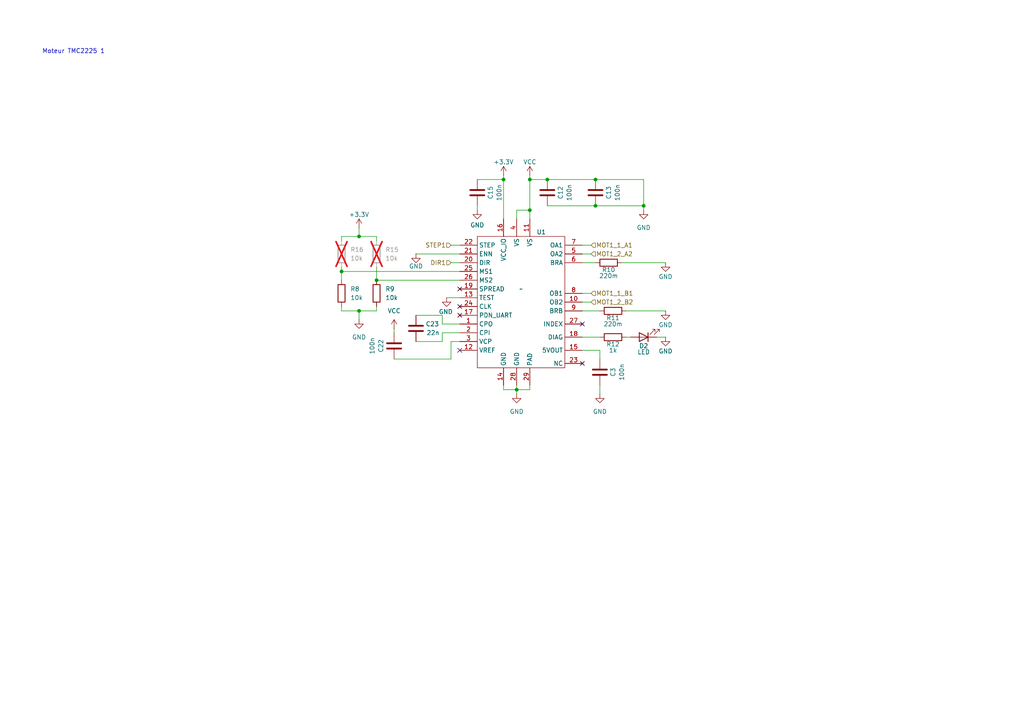
<source format=kicad_sch>
(kicad_sch
	(version 20250114)
	(generator "eeschema")
	(generator_version "9.0")
	(uuid "fc9094f0-6d8b-46ab-a227-23a41fce7153")
	(paper "A4")
	(lib_symbols
		(symbol "Device:C"
			(pin_numbers
				(hide yes)
			)
			(pin_names
				(offset 0.254)
			)
			(exclude_from_sim no)
			(in_bom yes)
			(on_board yes)
			(property "Reference" "C"
				(at 0.635 2.54 0)
				(effects
					(font
						(size 1.27 1.27)
					)
					(justify left)
				)
			)
			(property "Value" "C"
				(at 0.635 -2.54 0)
				(effects
					(font
						(size 1.27 1.27)
					)
					(justify left)
				)
			)
			(property "Footprint" ""
				(at 0.9652 -3.81 0)
				(effects
					(font
						(size 1.27 1.27)
					)
					(hide yes)
				)
			)
			(property "Datasheet" "~"
				(at 0 0 0)
				(effects
					(font
						(size 1.27 1.27)
					)
					(hide yes)
				)
			)
			(property "Description" "Unpolarized capacitor"
				(at 0 0 0)
				(effects
					(font
						(size 1.27 1.27)
					)
					(hide yes)
				)
			)
			(property "ki_keywords" "cap capacitor"
				(at 0 0 0)
				(effects
					(font
						(size 1.27 1.27)
					)
					(hide yes)
				)
			)
			(property "ki_fp_filters" "C_*"
				(at 0 0 0)
				(effects
					(font
						(size 1.27 1.27)
					)
					(hide yes)
				)
			)
			(symbol "C_0_1"
				(polyline
					(pts
						(xy -2.032 0.762) (xy 2.032 0.762)
					)
					(stroke
						(width 0.508)
						(type default)
					)
					(fill
						(type none)
					)
				)
				(polyline
					(pts
						(xy -2.032 -0.762) (xy 2.032 -0.762)
					)
					(stroke
						(width 0.508)
						(type default)
					)
					(fill
						(type none)
					)
				)
			)
			(symbol "C_1_1"
				(pin passive line
					(at 0 3.81 270)
					(length 2.794)
					(name "~"
						(effects
							(font
								(size 1.27 1.27)
							)
						)
					)
					(number "1"
						(effects
							(font
								(size 1.27 1.27)
							)
						)
					)
				)
				(pin passive line
					(at 0 -3.81 90)
					(length 2.794)
					(name "~"
						(effects
							(font
								(size 1.27 1.27)
							)
						)
					)
					(number "2"
						(effects
							(font
								(size 1.27 1.27)
							)
						)
					)
				)
			)
			(embedded_fonts no)
		)
		(symbol "Device:LED"
			(pin_numbers
				(hide yes)
			)
			(pin_names
				(offset 1.016)
				(hide yes)
			)
			(exclude_from_sim no)
			(in_bom yes)
			(on_board yes)
			(property "Reference" "D"
				(at 0 2.54 0)
				(effects
					(font
						(size 1.27 1.27)
					)
				)
			)
			(property "Value" "LED"
				(at 0 -2.54 0)
				(effects
					(font
						(size 1.27 1.27)
					)
				)
			)
			(property "Footprint" ""
				(at 0 0 0)
				(effects
					(font
						(size 1.27 1.27)
					)
					(hide yes)
				)
			)
			(property "Datasheet" "~"
				(at 0 0 0)
				(effects
					(font
						(size 1.27 1.27)
					)
					(hide yes)
				)
			)
			(property "Description" "Light emitting diode"
				(at 0 0 0)
				(effects
					(font
						(size 1.27 1.27)
					)
					(hide yes)
				)
			)
			(property "Sim.Pins" "1=K 2=A"
				(at 0 0 0)
				(effects
					(font
						(size 1.27 1.27)
					)
					(hide yes)
				)
			)
			(property "ki_keywords" "LED diode"
				(at 0 0 0)
				(effects
					(font
						(size 1.27 1.27)
					)
					(hide yes)
				)
			)
			(property "ki_fp_filters" "LED* LED_SMD:* LED_THT:*"
				(at 0 0 0)
				(effects
					(font
						(size 1.27 1.27)
					)
					(hide yes)
				)
			)
			(symbol "LED_0_1"
				(polyline
					(pts
						(xy -3.048 -0.762) (xy -4.572 -2.286) (xy -3.81 -2.286) (xy -4.572 -2.286) (xy -4.572 -1.524)
					)
					(stroke
						(width 0)
						(type default)
					)
					(fill
						(type none)
					)
				)
				(polyline
					(pts
						(xy -1.778 -0.762) (xy -3.302 -2.286) (xy -2.54 -2.286) (xy -3.302 -2.286) (xy -3.302 -1.524)
					)
					(stroke
						(width 0)
						(type default)
					)
					(fill
						(type none)
					)
				)
				(polyline
					(pts
						(xy -1.27 0) (xy 1.27 0)
					)
					(stroke
						(width 0)
						(type default)
					)
					(fill
						(type none)
					)
				)
				(polyline
					(pts
						(xy -1.27 -1.27) (xy -1.27 1.27)
					)
					(stroke
						(width 0.254)
						(type default)
					)
					(fill
						(type none)
					)
				)
				(polyline
					(pts
						(xy 1.27 -1.27) (xy 1.27 1.27) (xy -1.27 0) (xy 1.27 -1.27)
					)
					(stroke
						(width 0.254)
						(type default)
					)
					(fill
						(type none)
					)
				)
			)
			(symbol "LED_1_1"
				(pin passive line
					(at -3.81 0 0)
					(length 2.54)
					(name "K"
						(effects
							(font
								(size 1.27 1.27)
							)
						)
					)
					(number "1"
						(effects
							(font
								(size 1.27 1.27)
							)
						)
					)
				)
				(pin passive line
					(at 3.81 0 180)
					(length 2.54)
					(name "A"
						(effects
							(font
								(size 1.27 1.27)
							)
						)
					)
					(number "2"
						(effects
							(font
								(size 1.27 1.27)
							)
						)
					)
				)
			)
			(embedded_fonts no)
		)
		(symbol "Device:R"
			(pin_numbers
				(hide yes)
			)
			(pin_names
				(offset 0)
			)
			(exclude_from_sim no)
			(in_bom yes)
			(on_board yes)
			(property "Reference" "R"
				(at 2.032 0 90)
				(effects
					(font
						(size 1.27 1.27)
					)
				)
			)
			(property "Value" "R"
				(at 0 0 90)
				(effects
					(font
						(size 1.27 1.27)
					)
				)
			)
			(property "Footprint" ""
				(at -1.778 0 90)
				(effects
					(font
						(size 1.27 1.27)
					)
					(hide yes)
				)
			)
			(property "Datasheet" "~"
				(at 0 0 0)
				(effects
					(font
						(size 1.27 1.27)
					)
					(hide yes)
				)
			)
			(property "Description" "Resistor"
				(at 0 0 0)
				(effects
					(font
						(size 1.27 1.27)
					)
					(hide yes)
				)
			)
			(property "ki_keywords" "R res resistor"
				(at 0 0 0)
				(effects
					(font
						(size 1.27 1.27)
					)
					(hide yes)
				)
			)
			(property "ki_fp_filters" "R_*"
				(at 0 0 0)
				(effects
					(font
						(size 1.27 1.27)
					)
					(hide yes)
				)
			)
			(symbol "R_0_1"
				(rectangle
					(start -1.016 -2.54)
					(end 1.016 2.54)
					(stroke
						(width 0.254)
						(type default)
					)
					(fill
						(type none)
					)
				)
			)
			(symbol "R_1_1"
				(pin passive line
					(at 0 3.81 270)
					(length 1.27)
					(name "~"
						(effects
							(font
								(size 1.27 1.27)
							)
						)
					)
					(number "1"
						(effects
							(font
								(size 1.27 1.27)
							)
						)
					)
				)
				(pin passive line
					(at 0 -3.81 90)
					(length 1.27)
					(name "~"
						(effects
							(font
								(size 1.27 1.27)
							)
						)
					)
					(number "2"
						(effects
							(font
								(size 1.27 1.27)
							)
						)
					)
				)
			)
			(embedded_fonts no)
		)
		(symbol "My_Lib:TMC2225"
			(exclude_from_sim no)
			(in_bom yes)
			(on_board yes)
			(property "Reference" "U"
				(at 0 0 0)
				(effects
					(font
						(size 1.27 1.27)
					)
				)
			)
			(property "Value" ""
				(at 0 0 0)
				(effects
					(font
						(size 1.27 1.27)
					)
				)
			)
			(property "Footprint" ""
				(at 0 0 0)
				(effects
					(font
						(size 1.27 1.27)
					)
					(hide yes)
				)
			)
			(property "Datasheet" ""
				(at 0 0 0)
				(effects
					(font
						(size 1.27 1.27)
					)
					(hide yes)
				)
			)
			(property "Description" ""
				(at 0 0 0)
				(effects
					(font
						(size 1.27 1.27)
					)
					(hide yes)
				)
			)
			(symbol "TMC2225_0_0"
				(pin input line
					(at -17.78 12.7 0)
					(length 5.08)
					(name "STEP"
						(effects
							(font
								(size 1.27 1.27)
							)
						)
					)
					(number "22"
						(effects
							(font
								(size 1.27 1.27)
							)
						)
					)
				)
				(pin input line
					(at -17.78 10.16 0)
					(length 5.08)
					(name "ENN"
						(effects
							(font
								(size 1.27 1.27)
							)
						)
					)
					(number "21"
						(effects
							(font
								(size 1.27 1.27)
							)
						)
					)
				)
				(pin input line
					(at -17.78 7.62 0)
					(length 5.08)
					(name "DIR"
						(effects
							(font
								(size 1.27 1.27)
							)
						)
					)
					(number "20"
						(effects
							(font
								(size 1.27 1.27)
							)
						)
					)
				)
				(pin input line
					(at -17.78 5.08 0)
					(length 5.08)
					(name "MS1"
						(effects
							(font
								(size 1.27 1.27)
							)
						)
					)
					(number "25"
						(effects
							(font
								(size 1.27 1.27)
							)
						)
					)
				)
				(pin input line
					(at -17.78 2.54 0)
					(length 5.08)
					(name "MS2"
						(effects
							(font
								(size 1.27 1.27)
							)
						)
					)
					(number "26"
						(effects
							(font
								(size 1.27 1.27)
							)
						)
					)
				)
				(pin no_connect line
					(at -17.78 0 0)
					(length 5.08)
					(name "SPREAD"
						(effects
							(font
								(size 1.27 1.27)
							)
						)
					)
					(number "19"
						(effects
							(font
								(size 1.27 1.27)
							)
						)
					)
				)
				(pin input line
					(at -17.78 -2.54 0)
					(length 5.08)
					(name "TEST"
						(effects
							(font
								(size 1.27 1.27)
							)
						)
					)
					(number "13"
						(effects
							(font
								(size 1.27 1.27)
							)
						)
					)
				)
				(pin no_connect line
					(at -17.78 -5.08 0)
					(length 5.08)
					(name "CLK"
						(effects
							(font
								(size 1.27 1.27)
							)
						)
					)
					(number "24"
						(effects
							(font
								(size 1.27 1.27)
							)
						)
					)
				)
				(pin no_connect line
					(at -17.78 -7.62 0)
					(length 5.08)
					(name "PDN_UART"
						(effects
							(font
								(size 1.27 1.27)
							)
						)
					)
					(number "17"
						(effects
							(font
								(size 1.27 1.27)
							)
						)
					)
				)
				(pin passive line
					(at -17.78 -10.16 0)
					(length 5.08)
					(name "CPO"
						(effects
							(font
								(size 1.27 1.27)
							)
						)
					)
					(number "1"
						(effects
							(font
								(size 1.27 1.27)
							)
						)
					)
				)
				(pin passive line
					(at -17.78 -12.7 0)
					(length 5.08)
					(name "CPI"
						(effects
							(font
								(size 1.27 1.27)
							)
						)
					)
					(number "2"
						(effects
							(font
								(size 1.27 1.27)
							)
						)
					)
				)
				(pin passive line
					(at -17.78 -15.24 0)
					(length 5.08)
					(name "VCP"
						(effects
							(font
								(size 1.27 1.27)
							)
						)
					)
					(number "3"
						(effects
							(font
								(size 1.27 1.27)
							)
						)
					)
				)
				(pin input line
					(at -17.78 -17.78 0)
					(length 5.08)
					(name "VREF"
						(effects
							(font
								(size 1.27 1.27)
							)
						)
					)
					(number "12"
						(effects
							(font
								(size 1.27 1.27)
							)
						)
					)
				)
				(pin input line
					(at -5.08 20.32 270)
					(length 5.08)
					(name "VCC_IO"
						(effects
							(font
								(size 1.27 1.27)
							)
						)
					)
					(number "16"
						(effects
							(font
								(size 1.27 1.27)
							)
						)
					)
				)
				(pin input line
					(at -5.08 -27.94 90)
					(length 5.08)
					(name "GND"
						(effects
							(font
								(size 1.27 1.27)
							)
						)
					)
					(number "14"
						(effects
							(font
								(size 1.27 1.27)
							)
						)
					)
				)
				(pin input line
					(at -1.27 20.32 270)
					(length 5.08)
					(name "VS"
						(effects
							(font
								(size 1.27 1.27)
							)
						)
					)
					(number "4"
						(effects
							(font
								(size 1.27 1.27)
							)
						)
					)
				)
				(pin input line
					(at -1.27 -27.94 90)
					(length 5.08)
					(name "GND"
						(effects
							(font
								(size 1.27 1.27)
							)
						)
					)
					(number "28"
						(effects
							(font
								(size 1.27 1.27)
							)
						)
					)
				)
				(pin input line
					(at 2.54 20.32 270)
					(length 5.08)
					(name "VS"
						(effects
							(font
								(size 1.27 1.27)
							)
						)
					)
					(number "11"
						(effects
							(font
								(size 1.27 1.27)
							)
						)
					)
				)
				(pin input line
					(at 2.54 -27.94 90)
					(length 5.08)
					(name "PAD"
						(effects
							(font
								(size 1.27 1.27)
							)
						)
					)
					(number "29"
						(effects
							(font
								(size 1.27 1.27)
							)
						)
					)
				)
				(pin output line
					(at 17.78 12.7 180)
					(length 5.08)
					(name "OA1"
						(effects
							(font
								(size 1.27 1.27)
							)
						)
					)
					(number "7"
						(effects
							(font
								(size 1.27 1.27)
							)
						)
					)
				)
				(pin output line
					(at 17.78 10.16 180)
					(length 5.08)
					(name "OA2"
						(effects
							(font
								(size 1.27 1.27)
							)
						)
					)
					(number "5"
						(effects
							(font
								(size 1.27 1.27)
							)
						)
					)
				)
				(pin output line
					(at 17.78 7.62 180)
					(length 5.08)
					(name "BRA"
						(effects
							(font
								(size 1.27 1.27)
							)
						)
					)
					(number "6"
						(effects
							(font
								(size 1.27 1.27)
							)
						)
					)
				)
				(pin output line
					(at 17.78 -1.27 180)
					(length 5.08)
					(name "OB1"
						(effects
							(font
								(size 1.27 1.27)
							)
						)
					)
					(number "8"
						(effects
							(font
								(size 1.27 1.27)
							)
						)
					)
				)
				(pin output line
					(at 17.78 -3.81 180)
					(length 5.08)
					(name "OB2"
						(effects
							(font
								(size 1.27 1.27)
							)
						)
					)
					(number "10"
						(effects
							(font
								(size 1.27 1.27)
							)
						)
					)
				)
				(pin output line
					(at 17.78 -6.35 180)
					(length 5.08)
					(name "BRB"
						(effects
							(font
								(size 1.27 1.27)
							)
						)
					)
					(number "9"
						(effects
							(font
								(size 1.27 1.27)
							)
						)
					)
				)
				(pin no_connect line
					(at 17.78 -10.16 180)
					(length 5.08)
					(name "INDEX"
						(effects
							(font
								(size 1.27 1.27)
							)
						)
					)
					(number "27"
						(effects
							(font
								(size 1.27 1.27)
							)
						)
					)
				)
				(pin output line
					(at 17.78 -13.97 180)
					(length 5.08)
					(name "DIAG"
						(effects
							(font
								(size 1.27 1.27)
							)
						)
					)
					(number "18"
						(effects
							(font
								(size 1.27 1.27)
							)
						)
					)
				)
				(pin passive line
					(at 17.78 -17.78 180)
					(length 5.08)
					(name "5VOUT"
						(effects
							(font
								(size 1.27 1.27)
							)
						)
					)
					(number "15"
						(effects
							(font
								(size 1.27 1.27)
							)
						)
					)
				)
				(pin no_connect line
					(at 17.78 -21.59 180)
					(length 5.08)
					(name "NC"
						(effects
							(font
								(size 1.27 1.27)
							)
						)
					)
					(number "23"
						(effects
							(font
								(size 1.27 1.27)
							)
						)
					)
				)
			)
			(symbol "TMC2225_0_1"
				(polyline
					(pts
						(xy -12.7 15.24) (xy 12.7 15.24) (xy 12.7 -22.86) (xy -12.7 -22.86) (xy -12.7 15.24)
					)
					(stroke
						(width 0.1524)
						(type solid)
					)
					(fill
						(type none)
					)
				)
			)
			(embedded_fonts no)
		)
		(symbol "power:+3.3V"
			(power)
			(pin_numbers
				(hide yes)
			)
			(pin_names
				(offset 0)
				(hide yes)
			)
			(exclude_from_sim no)
			(in_bom yes)
			(on_board yes)
			(property "Reference" "#PWR"
				(at 0 -3.81 0)
				(effects
					(font
						(size 1.27 1.27)
					)
					(hide yes)
				)
			)
			(property "Value" "+3.3V"
				(at 0 3.556 0)
				(effects
					(font
						(size 1.27 1.27)
					)
				)
			)
			(property "Footprint" ""
				(at 0 0 0)
				(effects
					(font
						(size 1.27 1.27)
					)
					(hide yes)
				)
			)
			(property "Datasheet" ""
				(at 0 0 0)
				(effects
					(font
						(size 1.27 1.27)
					)
					(hide yes)
				)
			)
			(property "Description" "Power symbol creates a global label with name \"+3.3V\""
				(at 0 0 0)
				(effects
					(font
						(size 1.27 1.27)
					)
					(hide yes)
				)
			)
			(property "ki_keywords" "global power"
				(at 0 0 0)
				(effects
					(font
						(size 1.27 1.27)
					)
					(hide yes)
				)
			)
			(symbol "+3.3V_0_1"
				(polyline
					(pts
						(xy -0.762 1.27) (xy 0 2.54)
					)
					(stroke
						(width 0)
						(type default)
					)
					(fill
						(type none)
					)
				)
				(polyline
					(pts
						(xy 0 2.54) (xy 0.762 1.27)
					)
					(stroke
						(width 0)
						(type default)
					)
					(fill
						(type none)
					)
				)
				(polyline
					(pts
						(xy 0 0) (xy 0 2.54)
					)
					(stroke
						(width 0)
						(type default)
					)
					(fill
						(type none)
					)
				)
			)
			(symbol "+3.3V_1_1"
				(pin power_in line
					(at 0 0 90)
					(length 0)
					(name "~"
						(effects
							(font
								(size 1.27 1.27)
							)
						)
					)
					(number "1"
						(effects
							(font
								(size 1.27 1.27)
							)
						)
					)
				)
			)
			(embedded_fonts no)
		)
		(symbol "power:GND"
			(power)
			(pin_numbers
				(hide yes)
			)
			(pin_names
				(offset 0)
				(hide yes)
			)
			(exclude_from_sim no)
			(in_bom yes)
			(on_board yes)
			(property "Reference" "#PWR"
				(at 0 -6.35 0)
				(effects
					(font
						(size 1.27 1.27)
					)
					(hide yes)
				)
			)
			(property "Value" "GND"
				(at 0 -3.81 0)
				(effects
					(font
						(size 1.27 1.27)
					)
				)
			)
			(property "Footprint" ""
				(at 0 0 0)
				(effects
					(font
						(size 1.27 1.27)
					)
					(hide yes)
				)
			)
			(property "Datasheet" ""
				(at 0 0 0)
				(effects
					(font
						(size 1.27 1.27)
					)
					(hide yes)
				)
			)
			(property "Description" "Power symbol creates a global label with name \"GND\" , ground"
				(at 0 0 0)
				(effects
					(font
						(size 1.27 1.27)
					)
					(hide yes)
				)
			)
			(property "ki_keywords" "global power"
				(at 0 0 0)
				(effects
					(font
						(size 1.27 1.27)
					)
					(hide yes)
				)
			)
			(symbol "GND_0_1"
				(polyline
					(pts
						(xy 0 0) (xy 0 -1.27) (xy 1.27 -1.27) (xy 0 -2.54) (xy -1.27 -1.27) (xy 0 -1.27)
					)
					(stroke
						(width 0)
						(type default)
					)
					(fill
						(type none)
					)
				)
			)
			(symbol "GND_1_1"
				(pin power_in line
					(at 0 0 270)
					(length 0)
					(name "~"
						(effects
							(font
								(size 1.27 1.27)
							)
						)
					)
					(number "1"
						(effects
							(font
								(size 1.27 1.27)
							)
						)
					)
				)
			)
			(embedded_fonts no)
		)
		(symbol "power:VCC"
			(power)
			(pin_numbers
				(hide yes)
			)
			(pin_names
				(offset 0)
				(hide yes)
			)
			(exclude_from_sim no)
			(in_bom yes)
			(on_board yes)
			(property "Reference" "#PWR"
				(at 0 -3.81 0)
				(effects
					(font
						(size 1.27 1.27)
					)
					(hide yes)
				)
			)
			(property "Value" "VCC"
				(at 0 3.556 0)
				(effects
					(font
						(size 1.27 1.27)
					)
				)
			)
			(property "Footprint" ""
				(at 0 0 0)
				(effects
					(font
						(size 1.27 1.27)
					)
					(hide yes)
				)
			)
			(property "Datasheet" ""
				(at 0 0 0)
				(effects
					(font
						(size 1.27 1.27)
					)
					(hide yes)
				)
			)
			(property "Description" "Power symbol creates a global label with name \"VCC\""
				(at 0 0 0)
				(effects
					(font
						(size 1.27 1.27)
					)
					(hide yes)
				)
			)
			(property "ki_keywords" "global power"
				(at 0 0 0)
				(effects
					(font
						(size 1.27 1.27)
					)
					(hide yes)
				)
			)
			(symbol "VCC_0_1"
				(polyline
					(pts
						(xy -0.762 1.27) (xy 0 2.54)
					)
					(stroke
						(width 0)
						(type default)
					)
					(fill
						(type none)
					)
				)
				(polyline
					(pts
						(xy 0 2.54) (xy 0.762 1.27)
					)
					(stroke
						(width 0)
						(type default)
					)
					(fill
						(type none)
					)
				)
				(polyline
					(pts
						(xy 0 0) (xy 0 2.54)
					)
					(stroke
						(width 0)
						(type default)
					)
					(fill
						(type none)
					)
				)
			)
			(symbol "VCC_1_1"
				(pin power_in line
					(at 0 0 90)
					(length 0)
					(name "~"
						(effects
							(font
								(size 1.27 1.27)
							)
						)
					)
					(number "1"
						(effects
							(font
								(size 1.27 1.27)
							)
						)
					)
				)
			)
			(embedded_fonts no)
		)
	)
	(text "Moteur TMC2225 1"
		(exclude_from_sim no)
		(at 21.336 14.986 0)
		(effects
			(font
				(size 1.27 1.27)
			)
		)
		(uuid "0904b7f1-9769-4386-a9c1-99b590c5424e")
	)
	(junction
		(at 186.69 59.69)
		(diameter 0)
		(color 0 0 0 0)
		(uuid "0eff2f27-e35e-4231-b4c6-7c3893117f0b")
	)
	(junction
		(at 109.22 81.28)
		(diameter 0)
		(color 0 0 0 0)
		(uuid "15e81a54-2573-446b-aae1-a6a26cb51a8f")
	)
	(junction
		(at 99.06 78.74)
		(diameter 0)
		(color 0 0 0 0)
		(uuid "39bcbc93-ca9e-42a0-9ad9-9922ad632420")
	)
	(junction
		(at 153.67 60.96)
		(diameter 0)
		(color 0 0 0 0)
		(uuid "618dc99b-0a93-4bf6-ad3c-64e1d536428e")
	)
	(junction
		(at 104.14 68.58)
		(diameter 0)
		(color 0 0 0 0)
		(uuid "64ca6fed-b4b2-4c63-a30a-325495fd5877")
	)
	(junction
		(at 146.05 52.07)
		(diameter 0)
		(color 0 0 0 0)
		(uuid "adb172df-e3e5-40df-852e-484c6cde8fa8")
	)
	(junction
		(at 149.86 113.03)
		(diameter 0)
		(color 0 0 0 0)
		(uuid "b168d02e-867d-40e4-a782-ee3264c99833")
	)
	(junction
		(at 153.67 52.07)
		(diameter 0)
		(color 0 0 0 0)
		(uuid "d741004a-bac4-48b6-b325-8aad17b4f921")
	)
	(junction
		(at 104.14 90.17)
		(diameter 0)
		(color 0 0 0 0)
		(uuid "e16ae274-5da5-40b8-93a8-7b0e727a9d38")
	)
	(junction
		(at 172.72 59.69)
		(diameter 0)
		(color 0 0 0 0)
		(uuid "e8acc98e-b36e-4040-9f10-de2dcd6dee5f")
	)
	(junction
		(at 158.75 52.07)
		(diameter 0)
		(color 0 0 0 0)
		(uuid "f2d1ebf2-f00e-4de3-a55e-ce3b0ce45366")
	)
	(junction
		(at 172.72 52.07)
		(diameter 0)
		(color 0 0 0 0)
		(uuid "fbed87e3-1e6e-4a4c-9bcd-b6b82a1a7c47")
	)
	(no_connect
		(at 133.35 83.82)
		(uuid "012a1602-5695-459c-ae74-2e311f4c2a31")
	)
	(no_connect
		(at 168.91 105.41)
		(uuid "4c2d4553-fadd-46cf-9180-a3dacd0cd802")
	)
	(no_connect
		(at 168.91 93.98)
		(uuid "93b20472-ca9b-4f25-b3ac-64b8ef308581")
	)
	(no_connect
		(at 133.35 91.44)
		(uuid "9ec4ba92-04d9-49b7-9aca-c8ff787278d5")
	)
	(no_connect
		(at 133.35 88.9)
		(uuid "c63f7267-c0cc-4cc5-9be4-2e4131b1857a")
	)
	(no_connect
		(at 133.35 101.6)
		(uuid "d45b06e7-4f25-4713-83ef-0d4ca7318027")
	)
	(wire
		(pts
			(xy 129.54 86.36) (xy 133.35 86.36)
		)
		(stroke
			(width 0)
			(type default)
		)
		(uuid "01e803be-fc94-4b34-adcb-6909ee75c7b2")
	)
	(wire
		(pts
			(xy 128.27 99.06) (xy 120.65 99.06)
		)
		(stroke
			(width 0)
			(type default)
		)
		(uuid "0a8293be-9cf3-4e81-a9b1-60bd4560c196")
	)
	(wire
		(pts
			(xy 99.06 68.58) (xy 99.06 69.85)
		)
		(stroke
			(width 0)
			(type default)
		)
		(uuid "0cdcb1c9-1c86-411c-9efc-997878135065")
	)
	(wire
		(pts
			(xy 153.67 50.8) (xy 153.67 52.07)
		)
		(stroke
			(width 0)
			(type default)
		)
		(uuid "0da51132-212d-433a-8cf7-d1cc693ac9b6")
	)
	(wire
		(pts
			(xy 153.67 111.76) (xy 153.67 113.03)
		)
		(stroke
			(width 0)
			(type default)
		)
		(uuid "1136795f-8c92-4861-b1a5-337f353273fd")
	)
	(wire
		(pts
			(xy 168.91 87.63) (xy 171.45 87.63)
		)
		(stroke
			(width 0)
			(type default)
		)
		(uuid "136abd53-a497-4124-97c9-5d842cf2df59")
	)
	(wire
		(pts
			(xy 114.3 95.25) (xy 114.3 96.52)
		)
		(stroke
			(width 0)
			(type default)
		)
		(uuid "17984b44-694c-4aa2-93b5-05137d7bd3ca")
	)
	(wire
		(pts
			(xy 99.06 78.74) (xy 133.35 78.74)
		)
		(stroke
			(width 0)
			(type default)
		)
		(uuid "1a602793-6695-46a5-93cb-904d5518961b")
	)
	(wire
		(pts
			(xy 99.06 90.17) (xy 104.14 90.17)
		)
		(stroke
			(width 0)
			(type default)
		)
		(uuid "2cf46f45-311a-4a16-823c-b831bf899bec")
	)
	(wire
		(pts
			(xy 149.86 113.03) (xy 149.86 114.3)
		)
		(stroke
			(width 0)
			(type default)
		)
		(uuid "2e658881-1157-4412-accc-fb02c4a67184")
	)
	(wire
		(pts
			(xy 186.69 52.07) (xy 186.69 59.69)
		)
		(stroke
			(width 0)
			(type default)
		)
		(uuid "33194c72-6bf7-49fb-a69a-d9ec93baf472")
	)
	(wire
		(pts
			(xy 130.81 104.14) (xy 130.81 99.06)
		)
		(stroke
			(width 0)
			(type default)
		)
		(uuid "371f1628-c26b-4830-81b9-63678e029f2d")
	)
	(wire
		(pts
			(xy 149.86 113.03) (xy 153.67 113.03)
		)
		(stroke
			(width 0)
			(type default)
		)
		(uuid "3a04b91c-c600-418e-b5ad-62785692a2c8")
	)
	(wire
		(pts
			(xy 99.06 78.74) (xy 99.06 81.28)
		)
		(stroke
			(width 0)
			(type default)
		)
		(uuid "3d8c675d-c54f-495c-8b66-2f3dcc38eba5")
	)
	(wire
		(pts
			(xy 186.69 60.96) (xy 186.69 59.69)
		)
		(stroke
			(width 0)
			(type default)
		)
		(uuid "40637575-1265-46f7-b952-02c17c2f4aa1")
	)
	(wire
		(pts
			(xy 173.99 101.6) (xy 173.99 104.14)
		)
		(stroke
			(width 0)
			(type default)
		)
		(uuid "5215e1f2-6e04-4dc0-9ac3-801e7f1711cf")
	)
	(wire
		(pts
			(xy 172.72 52.07) (xy 186.69 52.07)
		)
		(stroke
			(width 0)
			(type default)
		)
		(uuid "55b28c40-0b15-4ede-ac30-62e511ee2ec8")
	)
	(wire
		(pts
			(xy 168.91 76.2) (xy 172.72 76.2)
		)
		(stroke
			(width 0)
			(type default)
		)
		(uuid "5e5ae37a-8665-4b52-b749-54f80d7aae4a")
	)
	(wire
		(pts
			(xy 138.43 52.07) (xy 146.05 52.07)
		)
		(stroke
			(width 0)
			(type default)
		)
		(uuid "6168f387-5a07-431f-b44b-4e9e01c2deb6")
	)
	(wire
		(pts
			(xy 109.22 88.9) (xy 109.22 90.17)
		)
		(stroke
			(width 0)
			(type default)
		)
		(uuid "6760a2b8-c2a4-4689-8e16-c02248cf9e58")
	)
	(wire
		(pts
			(xy 146.05 52.07) (xy 146.05 63.5)
		)
		(stroke
			(width 0)
			(type default)
		)
		(uuid "68852f54-5436-4d2a-a9a7-3fb06dd8ae37")
	)
	(wire
		(pts
			(xy 168.91 97.79) (xy 173.99 97.79)
		)
		(stroke
			(width 0)
			(type default)
		)
		(uuid "68d2b505-56ea-42ed-9f2e-b3c82e8f5b6d")
	)
	(wire
		(pts
			(xy 158.75 52.07) (xy 172.72 52.07)
		)
		(stroke
			(width 0)
			(type default)
		)
		(uuid "70e3ea88-2224-46ae-a57b-2e3be222fbb1")
	)
	(wire
		(pts
			(xy 104.14 68.58) (xy 99.06 68.58)
		)
		(stroke
			(width 0)
			(type default)
		)
		(uuid "779198cd-b499-4ff2-aaf7-b524a4ecd48d")
	)
	(wire
		(pts
			(xy 146.05 113.03) (xy 149.86 113.03)
		)
		(stroke
			(width 0)
			(type default)
		)
		(uuid "7aad893e-f128-45c7-bdfe-3427455e9619")
	)
	(wire
		(pts
			(xy 146.05 111.76) (xy 146.05 113.03)
		)
		(stroke
			(width 0)
			(type default)
		)
		(uuid "827acdfa-d166-4d22-8294-901ad356697b")
	)
	(wire
		(pts
			(xy 181.61 97.79) (xy 182.88 97.79)
		)
		(stroke
			(width 0)
			(type default)
		)
		(uuid "8b6c1e5b-cbbe-408d-9b83-3199db5c6cc1")
	)
	(wire
		(pts
			(xy 128.27 96.52) (xy 128.27 99.06)
		)
		(stroke
			(width 0)
			(type default)
		)
		(uuid "8c7cf34f-e139-4b60-8dec-bce35fc762ae")
	)
	(wire
		(pts
			(xy 168.91 85.09) (xy 171.45 85.09)
		)
		(stroke
			(width 0)
			(type default)
		)
		(uuid "8e46822e-f915-4f60-8804-68d2814f93d4")
	)
	(wire
		(pts
			(xy 104.14 68.58) (xy 109.22 68.58)
		)
		(stroke
			(width 0)
			(type default)
		)
		(uuid "934f9c73-da73-4a26-9f3c-a027b1334213")
	)
	(wire
		(pts
			(xy 104.14 90.17) (xy 104.14 92.71)
		)
		(stroke
			(width 0)
			(type default)
		)
		(uuid "94b3d77e-635f-45d7-8047-ffb02700583f")
	)
	(wire
		(pts
			(xy 130.81 99.06) (xy 133.35 99.06)
		)
		(stroke
			(width 0)
			(type default)
		)
		(uuid "9a5c6c40-06ee-4744-9cdd-046cced3b416")
	)
	(wire
		(pts
			(xy 149.86 63.5) (xy 149.86 60.96)
		)
		(stroke
			(width 0)
			(type default)
		)
		(uuid "a0a7e60c-f661-4a69-b02f-8fca472300d8")
	)
	(wire
		(pts
			(xy 133.35 96.52) (xy 128.27 96.52)
		)
		(stroke
			(width 0)
			(type default)
		)
		(uuid "a1030de1-ebc1-462d-939a-5958bbe43f7f")
	)
	(wire
		(pts
			(xy 130.81 71.12) (xy 133.35 71.12)
		)
		(stroke
			(width 0)
			(type default)
		)
		(uuid "a22660af-dfc8-4b51-a5bd-6e797f3163b5")
	)
	(wire
		(pts
			(xy 120.65 91.44) (xy 128.27 91.44)
		)
		(stroke
			(width 0)
			(type default)
		)
		(uuid "a4a6cbc7-bb02-4ae9-855b-ac81616bd718")
	)
	(wire
		(pts
			(xy 180.34 76.2) (xy 193.04 76.2)
		)
		(stroke
			(width 0)
			(type default)
		)
		(uuid "a89d5ff3-85f3-4dc4-a2c4-f65f19869ef1")
	)
	(wire
		(pts
			(xy 168.91 71.12) (xy 171.45 71.12)
		)
		(stroke
			(width 0)
			(type default)
		)
		(uuid "a957adaa-7dd7-4bdf-9fe1-b93ee8871380")
	)
	(wire
		(pts
			(xy 130.81 76.2) (xy 133.35 76.2)
		)
		(stroke
			(width 0)
			(type default)
		)
		(uuid "b00c9491-ef0d-4806-8ee9-8cf87161d760")
	)
	(wire
		(pts
			(xy 158.75 59.69) (xy 172.72 59.69)
		)
		(stroke
			(width 0)
			(type default)
		)
		(uuid "b152f744-5e0c-414c-9274-9159d02f684d")
	)
	(wire
		(pts
			(xy 181.61 90.17) (xy 193.04 90.17)
		)
		(stroke
			(width 0)
			(type default)
		)
		(uuid "b5e79786-b62c-457a-a67b-3700b7b32b9a")
	)
	(wire
		(pts
			(xy 133.35 93.98) (xy 128.27 93.98)
		)
		(stroke
			(width 0)
			(type default)
		)
		(uuid "b5ffe622-45b1-4469-9cc6-bdd1333bd677")
	)
	(wire
		(pts
			(xy 128.27 93.98) (xy 128.27 91.44)
		)
		(stroke
			(width 0)
			(type default)
		)
		(uuid "bda390e7-ca61-4f0b-9378-4a350ab73190")
	)
	(wire
		(pts
			(xy 133.35 73.66) (xy 120.65 73.66)
		)
		(stroke
			(width 0)
			(type default)
		)
		(uuid "c3dca2de-72f2-4f3d-ba3c-35547f5b1886")
	)
	(wire
		(pts
			(xy 99.06 77.47) (xy 99.06 78.74)
		)
		(stroke
			(width 0)
			(type default)
		)
		(uuid "c42d374b-bc22-4e16-a68e-755b68589a83")
	)
	(wire
		(pts
			(xy 149.86 111.76) (xy 149.86 113.03)
		)
		(stroke
			(width 0)
			(type default)
		)
		(uuid "c4df93cb-dc3d-41d6-81c9-76ed5b5b209e")
	)
	(wire
		(pts
			(xy 173.99 111.76) (xy 173.99 114.3)
		)
		(stroke
			(width 0)
			(type default)
		)
		(uuid "c50e0c00-6cbc-46cf-b175-a28114b7519f")
	)
	(wire
		(pts
			(xy 104.14 90.17) (xy 109.22 90.17)
		)
		(stroke
			(width 0)
			(type default)
		)
		(uuid "ccf9c5b5-d134-49c9-a991-1cb855505920")
	)
	(wire
		(pts
			(xy 104.14 68.58) (xy 104.14 66.04)
		)
		(stroke
			(width 0)
			(type default)
		)
		(uuid "d5d7c8b0-6af2-42fd-acb0-dbcfaf137657")
	)
	(wire
		(pts
			(xy 172.72 59.69) (xy 186.69 59.69)
		)
		(stroke
			(width 0)
			(type default)
		)
		(uuid "d644b3c6-f9fb-460c-8aa7-029bb395b80e")
	)
	(wire
		(pts
			(xy 168.91 101.6) (xy 173.99 101.6)
		)
		(stroke
			(width 0)
			(type default)
		)
		(uuid "d80c94e3-528a-4152-bced-cfc6b7bc5ca4")
	)
	(wire
		(pts
			(xy 146.05 50.8) (xy 146.05 52.07)
		)
		(stroke
			(width 0)
			(type default)
		)
		(uuid "db6bdadc-8ca6-4e41-b018-8b8931b09899")
	)
	(wire
		(pts
			(xy 109.22 77.47) (xy 109.22 81.28)
		)
		(stroke
			(width 0)
			(type default)
		)
		(uuid "dccb26dc-0eee-41ae-a30d-f0594eb762d0")
	)
	(wire
		(pts
			(xy 190.5 97.79) (xy 193.04 97.79)
		)
		(stroke
			(width 0)
			(type default)
		)
		(uuid "dfb4500f-f356-4e9a-86e0-187fdd84ddda")
	)
	(wire
		(pts
			(xy 153.67 52.07) (xy 158.75 52.07)
		)
		(stroke
			(width 0)
			(type default)
		)
		(uuid "e2eb4aac-42c3-4956-aa91-ea1be4fca27c")
	)
	(wire
		(pts
			(xy 168.91 90.17) (xy 173.99 90.17)
		)
		(stroke
			(width 0)
			(type default)
		)
		(uuid "e3afa10f-07d3-49bd-a064-713175b88665")
	)
	(wire
		(pts
			(xy 149.86 60.96) (xy 153.67 60.96)
		)
		(stroke
			(width 0)
			(type default)
		)
		(uuid "e494f0b9-1d66-4927-b850-a08c13b3df1b")
	)
	(wire
		(pts
			(xy 109.22 68.58) (xy 109.22 69.85)
		)
		(stroke
			(width 0)
			(type default)
		)
		(uuid "e52099ea-3343-4b9d-ae1a-a161cda2c6f9")
	)
	(wire
		(pts
			(xy 168.91 73.66) (xy 171.45 73.66)
		)
		(stroke
			(width 0)
			(type default)
		)
		(uuid "e71533d0-d22d-4b58-9e70-767d2ec647aa")
	)
	(wire
		(pts
			(xy 153.67 60.96) (xy 153.67 63.5)
		)
		(stroke
			(width 0)
			(type default)
		)
		(uuid "e798389b-ebc6-4090-9626-57c44968a27b")
	)
	(wire
		(pts
			(xy 109.22 81.28) (xy 133.35 81.28)
		)
		(stroke
			(width 0)
			(type default)
		)
		(uuid "e8777038-96a8-4133-90a9-eb9fdc102f39")
	)
	(wire
		(pts
			(xy 138.43 60.96) (xy 138.43 59.69)
		)
		(stroke
			(width 0)
			(type default)
		)
		(uuid "f2f66ac9-a0e8-4f5c-95b9-5f9e40664dd2")
	)
	(wire
		(pts
			(xy 153.67 52.07) (xy 153.67 60.96)
		)
		(stroke
			(width 0)
			(type default)
		)
		(uuid "f40dd06d-3d36-41a6-a3b2-39e15bd5ac30")
	)
	(wire
		(pts
			(xy 99.06 88.9) (xy 99.06 90.17)
		)
		(stroke
			(width 0)
			(type default)
		)
		(uuid "f5ca7f96-f781-4dcf-adba-e8995446dce5")
	)
	(wire
		(pts
			(xy 114.3 104.14) (xy 130.81 104.14)
		)
		(stroke
			(width 0)
			(type default)
		)
		(uuid "fd4a12f2-de4f-4810-9579-4edb926871cb")
	)
	(hierarchical_label "MOT1_1_B1"
		(shape input)
		(at 171.45 85.09 0)
		(effects
			(font
				(size 1.27 1.27)
			)
			(justify left)
		)
		(uuid "3be24093-9f6c-46f9-8f13-e16f18146571")
	)
	(hierarchical_label "MOT1_1_A1"
		(shape input)
		(at 171.45 71.12 0)
		(effects
			(font
				(size 1.27 1.27)
			)
			(justify left)
		)
		(uuid "3de0ac51-fdd3-4ede-83f5-778b6786548b")
	)
	(hierarchical_label "DIR1"
		(shape input)
		(at 130.81 76.2 180)
		(effects
			(font
				(size 1.27 1.27)
			)
			(justify right)
		)
		(uuid "b233963e-bc1b-4876-9ef8-33d0693e6b4e")
	)
	(hierarchical_label "STEP1"
		(shape input)
		(at 130.81 71.12 180)
		(effects
			(font
				(size 1.27 1.27)
			)
			(justify right)
		)
		(uuid "bb072ddd-1980-41fa-8f88-115bb3834aa5")
	)
	(hierarchical_label "MOT1_2_A2"
		(shape input)
		(at 171.45 73.66 0)
		(effects
			(font
				(size 1.27 1.27)
			)
			(justify left)
		)
		(uuid "c4fdf889-2d36-497d-a13d-199437382599")
	)
	(hierarchical_label "MOT1_2_B2"
		(shape input)
		(at 171.45 87.63 0)
		(effects
			(font
				(size 1.27 1.27)
			)
			(justify left)
		)
		(uuid "d11bf51d-89ca-458f-bec3-e7b3f0e51841")
	)
	(symbol
		(lib_id "Device:C")
		(at 158.75 55.88 0)
		(unit 1)
		(exclude_from_sim no)
		(in_bom yes)
		(on_board yes)
		(dnp no)
		(uuid "01151e91-9861-44a6-854b-cba38d0f5f3a")
		(property "Reference" "C12"
			(at 162.56 55.88 90)
			(effects
				(font
					(size 1.27 1.27)
				)
			)
		)
		(property "Value" "100n"
			(at 165.1 55.88 90)
			(effects
				(font
					(size 1.27 1.27)
				)
			)
		)
		(property "Footprint" "Capacitor_SMD:C_0805_2012Metric"
			(at 159.7152 59.69 0)
			(effects
				(font
					(size 1.27 1.27)
				)
				(hide yes)
			)
		)
		(property "Datasheet" "~"
			(at 158.75 55.88 0)
			(effects
				(font
					(size 1.27 1.27)
				)
				(hide yes)
			)
		)
		(property "Description" ""
			(at 158.75 55.88 0)
			(effects
				(font
					(size 1.27 1.27)
				)
			)
		)
		(pin "1"
			(uuid "d297bf57-95b3-4767-bb8e-69abc6c9268d")
		)
		(pin "2"
			(uuid "d86ef593-5dd2-4ff0-8d11-4a70c976d345")
		)
		(instances
			(project "Projet 6 KICAD CLS COMPLET"
				(path "/917aa03c-3980-4eba-8700-b55c1cb55f0b/13863843-c0bc-4855-b513-75f510586b85"
					(reference "C12")
					(unit 1)
				)
			)
		)
	)
	(symbol
		(lib_id "Device:C")
		(at 138.43 55.88 0)
		(unit 1)
		(exclude_from_sim no)
		(in_bom yes)
		(on_board yes)
		(dnp no)
		(uuid "07f28629-51dc-43ec-8eed-05eba320f98c")
		(property "Reference" "C15"
			(at 142.24 55.88 90)
			(effects
				(font
					(size 1.27 1.27)
				)
			)
		)
		(property "Value" "100n"
			(at 144.78 55.88 90)
			(effects
				(font
					(size 1.27 1.27)
				)
			)
		)
		(property "Footprint" "Capacitor_SMD:C_0805_2012Metric"
			(at 139.3952 59.69 0)
			(effects
				(font
					(size 1.27 1.27)
				)
				(hide yes)
			)
		)
		(property "Datasheet" "~"
			(at 138.43 55.88 0)
			(effects
				(font
					(size 1.27 1.27)
				)
				(hide yes)
			)
		)
		(property "Description" ""
			(at 138.43 55.88 0)
			(effects
				(font
					(size 1.27 1.27)
				)
			)
		)
		(pin "1"
			(uuid "3222cf04-fb90-4d8f-8d5d-fa55e32c8d85")
		)
		(pin "2"
			(uuid "0cf5927f-9d86-442f-bf1c-a6dd1cb77c22")
		)
		(instances
			(project "Projet 6 KICAD CLS COMPLET"
				(path "/917aa03c-3980-4eba-8700-b55c1cb55f0b/13863843-c0bc-4855-b513-75f510586b85"
					(reference "C15")
					(unit 1)
				)
			)
		)
	)
	(symbol
		(lib_id "power:GND")
		(at 104.14 92.71 0)
		(unit 1)
		(exclude_from_sim no)
		(in_bom yes)
		(on_board yes)
		(dnp no)
		(fields_autoplaced yes)
		(uuid "105eea72-99ad-4b66-8cab-e1c65c89a782")
		(property "Reference" "#PWR014"
			(at 104.14 99.06 0)
			(effects
				(font
					(size 1.27 1.27)
				)
				(hide yes)
			)
		)
		(property "Value" "GND"
			(at 104.14 97.79 0)
			(effects
				(font
					(size 1.27 1.27)
				)
			)
		)
		(property "Footprint" ""
			(at 104.14 92.71 0)
			(effects
				(font
					(size 1.27 1.27)
				)
				(hide yes)
			)
		)
		(property "Datasheet" ""
			(at 104.14 92.71 0)
			(effects
				(font
					(size 1.27 1.27)
				)
				(hide yes)
			)
		)
		(property "Description" ""
			(at 104.14 92.71 0)
			(effects
				(font
					(size 1.27 1.27)
				)
			)
		)
		(pin "1"
			(uuid "3bb059f2-d131-406e-9b86-010690ddc2b3")
		)
		(instances
			(project "Projet 6 KICAD CLS COMPLET"
				(path "/917aa03c-3980-4eba-8700-b55c1cb55f0b/13863843-c0bc-4855-b513-75f510586b85"
					(reference "#PWR014")
					(unit 1)
				)
			)
		)
	)
	(symbol
		(lib_id "Device:C")
		(at 173.99 107.95 0)
		(unit 1)
		(exclude_from_sim no)
		(in_bom yes)
		(on_board yes)
		(dnp no)
		(uuid "10601346-1cc1-4254-9c2a-1d0f9acd642d")
		(property "Reference" "C3"
			(at 177.8 107.95 90)
			(effects
				(font
					(size 1.27 1.27)
				)
			)
		)
		(property "Value" "100n"
			(at 180.34 107.95 90)
			(effects
				(font
					(size 1.27 1.27)
				)
			)
		)
		(property "Footprint" "Capacitor_SMD:C_0805_2012Metric"
			(at 174.9552 111.76 0)
			(effects
				(font
					(size 1.27 1.27)
				)
				(hide yes)
			)
		)
		(property "Datasheet" "~"
			(at 173.99 107.95 0)
			(effects
				(font
					(size 1.27 1.27)
				)
				(hide yes)
			)
		)
		(property "Description" ""
			(at 173.99 107.95 0)
			(effects
				(font
					(size 1.27 1.27)
				)
			)
		)
		(pin "1"
			(uuid "b02db6eb-e7c7-44dd-a905-5d2e4e927c3f")
		)
		(pin "2"
			(uuid "dff2d520-7b63-42f2-8d5d-fced7a2e5708")
		)
		(instances
			(project "Projet 6 KICAD CLS COMPLET"
				(path "/917aa03c-3980-4eba-8700-b55c1cb55f0b/13863843-c0bc-4855-b513-75f510586b85"
					(reference "C3")
					(unit 1)
				)
			)
		)
	)
	(symbol
		(lib_id "power:GND")
		(at 186.69 60.96 0)
		(unit 1)
		(exclude_from_sim no)
		(in_bom yes)
		(on_board yes)
		(dnp no)
		(fields_autoplaced yes)
		(uuid "1335d0b5-daf2-4a40-9748-5d3a6b61f444")
		(property "Reference" "#PWR013"
			(at 186.69 67.31 0)
			(effects
				(font
					(size 1.27 1.27)
				)
				(hide yes)
			)
		)
		(property "Value" "GND"
			(at 186.69 66.04 0)
			(effects
				(font
					(size 1.27 1.27)
				)
			)
		)
		(property "Footprint" ""
			(at 186.69 60.96 0)
			(effects
				(font
					(size 1.27 1.27)
				)
				(hide yes)
			)
		)
		(property "Datasheet" ""
			(at 186.69 60.96 0)
			(effects
				(font
					(size 1.27 1.27)
				)
				(hide yes)
			)
		)
		(property "Description" ""
			(at 186.69 60.96 0)
			(effects
				(font
					(size 1.27 1.27)
				)
			)
		)
		(pin "1"
			(uuid "ab2ffcd2-3d53-46de-9712-ca688ec4865b")
		)
		(instances
			(project "Projet 6 KICAD CLS COMPLET"
				(path "/917aa03c-3980-4eba-8700-b55c1cb55f0b/13863843-c0bc-4855-b513-75f510586b85"
					(reference "#PWR013")
					(unit 1)
				)
			)
		)
	)
	(symbol
		(lib_id "power:+3.3V")
		(at 146.05 50.8 0)
		(unit 1)
		(exclude_from_sim no)
		(in_bom yes)
		(on_board yes)
		(dnp no)
		(fields_autoplaced yes)
		(uuid "14c23c27-3148-4c6c-9518-7853481d5a13")
		(property "Reference" "#PWR018"
			(at 146.05 54.61 0)
			(effects
				(font
					(size 1.27 1.27)
				)
				(hide yes)
			)
		)
		(property "Value" "+3.3V"
			(at 146.05 46.99 0)
			(effects
				(font
					(size 1.27 1.27)
				)
			)
		)
		(property "Footprint" ""
			(at 146.05 50.8 0)
			(effects
				(font
					(size 1.27 1.27)
				)
				(hide yes)
			)
		)
		(property "Datasheet" ""
			(at 146.05 50.8 0)
			(effects
				(font
					(size 1.27 1.27)
				)
				(hide yes)
			)
		)
		(property "Description" ""
			(at 146.05 50.8 0)
			(effects
				(font
					(size 1.27 1.27)
				)
			)
		)
		(pin "1"
			(uuid "3829a44b-b1c0-4af7-a74a-9a89f3dccaf5")
		)
		(instances
			(project "Projet 6 KICAD CLS COMPLET"
				(path "/917aa03c-3980-4eba-8700-b55c1cb55f0b/13863843-c0bc-4855-b513-75f510586b85"
					(reference "#PWR018")
					(unit 1)
				)
			)
		)
	)
	(symbol
		(lib_id "Device:R")
		(at 109.22 85.09 0)
		(unit 1)
		(exclude_from_sim no)
		(in_bom yes)
		(on_board yes)
		(dnp no)
		(fields_autoplaced yes)
		(uuid "1f465d04-0e0a-480c-90fb-2db29af43e42")
		(property "Reference" "R9"
			(at 111.76 83.8199 0)
			(effects
				(font
					(size 1.27 1.27)
				)
				(justify left)
			)
		)
		(property "Value" "10k"
			(at 111.76 86.3599 0)
			(effects
				(font
					(size 1.27 1.27)
				)
				(justify left)
			)
		)
		(property "Footprint" "Resistor_SMD:R_0603_1608Metric"
			(at 107.442 85.09 90)
			(effects
				(font
					(size 1.27 1.27)
				)
				(hide yes)
			)
		)
		(property "Datasheet" "~"
			(at 109.22 85.09 0)
			(effects
				(font
					(size 1.27 1.27)
				)
				(hide yes)
			)
		)
		(property "Description" ""
			(at 109.22 85.09 0)
			(effects
				(font
					(size 1.27 1.27)
				)
			)
		)
		(pin "1"
			(uuid "161cc342-4c48-42ef-b7bb-1f4d4796a21c")
		)
		(pin "2"
			(uuid "5a2f3a41-dc7e-4337-853d-1d79389003cb")
		)
		(instances
			(project "Projet 6 KICAD CLS COMPLET"
				(path "/917aa03c-3980-4eba-8700-b55c1cb55f0b/13863843-c0bc-4855-b513-75f510586b85"
					(reference "R9")
					(unit 1)
				)
			)
		)
	)
	(symbol
		(lib_id "Device:C")
		(at 172.72 55.88 0)
		(unit 1)
		(exclude_from_sim no)
		(in_bom yes)
		(on_board yes)
		(dnp no)
		(uuid "345f48ea-2f4b-4adf-bc0b-2e7587bdd5a6")
		(property "Reference" "C13"
			(at 176.53 55.88 90)
			(effects
				(font
					(size 1.27 1.27)
				)
			)
		)
		(property "Value" "100n"
			(at 179.07 55.88 90)
			(effects
				(font
					(size 1.27 1.27)
				)
			)
		)
		(property "Footprint" "Capacitor_SMD:C_0805_2012Metric"
			(at 173.6852 59.69 0)
			(effects
				(font
					(size 1.27 1.27)
				)
				(hide yes)
			)
		)
		(property "Datasheet" "~"
			(at 172.72 55.88 0)
			(effects
				(font
					(size 1.27 1.27)
				)
				(hide yes)
			)
		)
		(property "Description" ""
			(at 172.72 55.88 0)
			(effects
				(font
					(size 1.27 1.27)
				)
			)
		)
		(pin "1"
			(uuid "bc64d2b3-151d-4b02-ae88-706da20b1378")
		)
		(pin "2"
			(uuid "fd9ab9bb-e157-485c-b645-0b3fd2d2c366")
		)
		(instances
			(project "Projet 6 KICAD CLS COMPLET"
				(path "/917aa03c-3980-4eba-8700-b55c1cb55f0b/13863843-c0bc-4855-b513-75f510586b85"
					(reference "C13")
					(unit 1)
				)
			)
		)
	)
	(symbol
		(lib_id "power:GND")
		(at 129.54 86.36 0)
		(unit 1)
		(exclude_from_sim no)
		(in_bom yes)
		(on_board yes)
		(dnp no)
		(uuid "34c475a1-a708-4c28-b565-d832ca7bfe7a")
		(property "Reference" "#PWR017"
			(at 129.54 92.71 0)
			(effects
				(font
					(size 1.27 1.27)
				)
				(hide yes)
			)
		)
		(property "Value" "GND"
			(at 129.286 90.424 0)
			(effects
				(font
					(size 1.27 1.27)
				)
			)
		)
		(property "Footprint" ""
			(at 129.54 86.36 0)
			(effects
				(font
					(size 1.27 1.27)
				)
				(hide yes)
			)
		)
		(property "Datasheet" ""
			(at 129.54 86.36 0)
			(effects
				(font
					(size 1.27 1.27)
				)
				(hide yes)
			)
		)
		(property "Description" ""
			(at 129.54 86.36 0)
			(effects
				(font
					(size 1.27 1.27)
				)
			)
		)
		(pin "1"
			(uuid "80b32ca8-999e-489b-9cfc-3abd58ce12dd")
		)
		(instances
			(project "Projet 6 KICAD CLS COMPLET"
				(path "/917aa03c-3980-4eba-8700-b55c1cb55f0b/13863843-c0bc-4855-b513-75f510586b85"
					(reference "#PWR017")
					(unit 1)
				)
			)
		)
	)
	(symbol
		(lib_id "Device:R")
		(at 176.53 76.2 270)
		(mirror x)
		(unit 1)
		(exclude_from_sim no)
		(in_bom yes)
		(on_board yes)
		(dnp no)
		(uuid "43de24d2-a7b6-4031-ae79-30cb8cabb119")
		(property "Reference" "R10"
			(at 176.53 78.232 90)
			(effects
				(font
					(size 1.27 1.27)
				)
			)
		)
		(property "Value" "220m"
			(at 176.53 80.01 90)
			(effects
				(font
					(size 1.27 1.27)
				)
			)
		)
		(property "Footprint" "Resistor_SMD:R_1206_3216Metric"
			(at 176.53 77.978 90)
			(effects
				(font
					(size 1.27 1.27)
				)
				(hide yes)
			)
		)
		(property "Datasheet" "~"
			(at 176.53 76.2 0)
			(effects
				(font
					(size 1.27 1.27)
				)
				(hide yes)
			)
		)
		(property "Description" ""
			(at 176.53 76.2 0)
			(effects
				(font
					(size 1.27 1.27)
				)
			)
		)
		(pin "1"
			(uuid "b2792747-1d12-4d11-8289-d333f3b4054b")
		)
		(pin "2"
			(uuid "24b20019-25e0-4fb3-9a72-14fa73defa62")
		)
		(instances
			(project "Projet 6 KICAD CLS COMPLET"
				(path "/917aa03c-3980-4eba-8700-b55c1cb55f0b/13863843-c0bc-4855-b513-75f510586b85"
					(reference "R10")
					(unit 1)
				)
			)
		)
	)
	(symbol
		(lib_id "Device:R")
		(at 99.06 73.66 0)
		(unit 1)
		(exclude_from_sim no)
		(in_bom yes)
		(on_board yes)
		(dnp yes)
		(fields_autoplaced yes)
		(uuid "54b902d9-bd43-447e-a44d-d191de16e86c")
		(property "Reference" "R16"
			(at 101.6 72.3899 0)
			(effects
				(font
					(size 1.27 1.27)
				)
				(justify left)
			)
		)
		(property "Value" "10k"
			(at 101.6 74.9299 0)
			(effects
				(font
					(size 1.27 1.27)
				)
				(justify left)
			)
		)
		(property "Footprint" "Resistor_SMD:R_0603_1608Metric"
			(at 97.282 73.66 90)
			(effects
				(font
					(size 1.27 1.27)
				)
				(hide yes)
			)
		)
		(property "Datasheet" "~"
			(at 99.06 73.66 0)
			(effects
				(font
					(size 1.27 1.27)
				)
				(hide yes)
			)
		)
		(property "Description" ""
			(at 99.06 73.66 0)
			(effects
				(font
					(size 1.27 1.27)
				)
			)
		)
		(pin "1"
			(uuid "b95fead7-173e-49c4-8bb7-c2d4879f09de")
		)
		(pin "2"
			(uuid "4abd6d95-08cb-466e-875b-985b18f6c4fb")
		)
		(instances
			(project "Projet 6 KICAD CLS COMPLET"
				(path "/917aa03c-3980-4eba-8700-b55c1cb55f0b/13863843-c0bc-4855-b513-75f510586b85"
					(reference "R16")
					(unit 1)
				)
			)
		)
	)
	(symbol
		(lib_id "Device:R")
		(at 109.22 73.66 0)
		(unit 1)
		(exclude_from_sim no)
		(in_bom yes)
		(on_board yes)
		(dnp yes)
		(fields_autoplaced yes)
		(uuid "5e4d9cd9-7fe7-429a-a0a3-e84806af1899")
		(property "Reference" "R15"
			(at 111.76 72.3899 0)
			(effects
				(font
					(size 1.27 1.27)
				)
				(justify left)
			)
		)
		(property "Value" "10k"
			(at 111.76 74.9299 0)
			(effects
				(font
					(size 1.27 1.27)
				)
				(justify left)
			)
		)
		(property "Footprint" "Resistor_SMD:R_0603_1608Metric"
			(at 107.442 73.66 90)
			(effects
				(font
					(size 1.27 1.27)
				)
				(hide yes)
			)
		)
		(property "Datasheet" "~"
			(at 109.22 73.66 0)
			(effects
				(font
					(size 1.27 1.27)
				)
				(hide yes)
			)
		)
		(property "Description" ""
			(at 109.22 73.66 0)
			(effects
				(font
					(size 1.27 1.27)
				)
			)
		)
		(pin "1"
			(uuid "a7703c42-d911-41ca-a3f0-1d7a9667ab2f")
		)
		(pin "2"
			(uuid "2b4f906b-335b-4702-ad2c-3c92acd9b342")
		)
		(instances
			(project "Projet 6 KICAD CLS COMPLET"
				(path "/917aa03c-3980-4eba-8700-b55c1cb55f0b/13863843-c0bc-4855-b513-75f510586b85"
					(reference "R15")
					(unit 1)
				)
			)
		)
	)
	(symbol
		(lib_id "power:GND")
		(at 193.04 90.17 0)
		(unit 1)
		(exclude_from_sim no)
		(in_bom yes)
		(on_board yes)
		(dnp no)
		(uuid "61b83fe2-4a6c-4b02-8567-174f33338c0d")
		(property "Reference" "#PWR022"
			(at 193.04 96.52 0)
			(effects
				(font
					(size 1.27 1.27)
				)
				(hide yes)
			)
		)
		(property "Value" "GND"
			(at 193.04 94.234 0)
			(effects
				(font
					(size 1.27 1.27)
				)
			)
		)
		(property "Footprint" ""
			(at 193.04 90.17 0)
			(effects
				(font
					(size 1.27 1.27)
				)
				(hide yes)
			)
		)
		(property "Datasheet" ""
			(at 193.04 90.17 0)
			(effects
				(font
					(size 1.27 1.27)
				)
				(hide yes)
			)
		)
		(property "Description" ""
			(at 193.04 90.17 0)
			(effects
				(font
					(size 1.27 1.27)
				)
			)
		)
		(pin "1"
			(uuid "a8e053fa-2a54-40e4-a6f4-8c9807f06d88")
		)
		(instances
			(project "Projet 6 KICAD CLS COMPLET"
				(path "/917aa03c-3980-4eba-8700-b55c1cb55f0b/13863843-c0bc-4855-b513-75f510586b85"
					(reference "#PWR022")
					(unit 1)
				)
			)
		)
	)
	(symbol
		(lib_id "My_Lib:TMC2225")
		(at 151.13 83.82 0)
		(unit 1)
		(exclude_from_sim no)
		(in_bom yes)
		(on_board yes)
		(dnp no)
		(uuid "64ec8e8a-6d80-435c-a2d6-b72ff0cbd97d")
		(property "Reference" "U1"
			(at 155.6259 67.31 0)
			(effects
				(font
					(size 1.27 1.27)
				)
				(justify left)
			)
		)
		(property "Value" "~"
			(at 151.13 83.82 0)
			(effects
				(font
					(size 1.27 1.27)
				)
			)
		)
		(property "Footprint" "Package_SO:HTSSOP-28-1EP_4.4x9.7mm_P0.65mm_EP2.85x5.4mm_ThermalVias"
			(at 151.13 83.82 0)
			(effects
				(font
					(size 1.27 1.27)
				)
				(hide yes)
			)
		)
		(property "Datasheet" ""
			(at 151.13 83.82 0)
			(effects
				(font
					(size 1.27 1.27)
				)
				(hide yes)
			)
		)
		(property "Description" ""
			(at 151.13 83.82 0)
			(effects
				(font
					(size 1.27 1.27)
				)
			)
		)
		(pin "1"
			(uuid "81716804-5def-4fca-b4f8-dce64a8b669c")
		)
		(pin "10"
			(uuid "c4b76d97-9f98-4a9c-8d5e-e7e6dff3f6d4")
		)
		(pin "11"
			(uuid "1a16c3d4-b3b7-42bd-8090-07fc3c7bfa5c")
		)
		(pin "12"
			(uuid "08eed7dc-d0f0-4dda-b250-bae89b889948")
		)
		(pin "13"
			(uuid "09e0e54d-4404-4b03-878a-45e08707a77a")
		)
		(pin "14"
			(uuid "dca5bac3-2680-4890-973c-dd887eabf193")
		)
		(pin "15"
			(uuid "160b7b22-b1d6-4a2f-8ceb-3be1079332af")
		)
		(pin "16"
			(uuid "e8fc4387-b1ff-4b4e-a3d8-aa8a05e029af")
		)
		(pin "17"
			(uuid "084a1b58-f52f-4adf-8718-943cee24452f")
		)
		(pin "18"
			(uuid "dd30db24-cf3a-470b-b482-2f3849b9d1bb")
		)
		(pin "19"
			(uuid "648fe6e4-6a3a-4722-b9a5-ebf041fda65c")
		)
		(pin "2"
			(uuid "53bf1b21-8454-400a-9647-06246cf8be14")
		)
		(pin "20"
			(uuid "07b86434-46df-490b-b6ce-d11756ccfa4d")
		)
		(pin "21"
			(uuid "8f2c7793-eb15-4a02-9887-7d28fd83ef87")
		)
		(pin "22"
			(uuid "fd013b5b-dbf1-4fd2-9157-7bd6e964d088")
		)
		(pin "23"
			(uuid "28fdae7b-b87b-4704-a76b-a7a8b48731f2")
		)
		(pin "24"
			(uuid "2d4ba03c-a5ee-4b82-8a8f-c782b9aa3206")
		)
		(pin "25"
			(uuid "87a3e337-5cd2-4ad0-afe4-48478c13ff5f")
		)
		(pin "26"
			(uuid "c7d2a5e2-c507-4c53-aecb-76cf9a1bd105")
		)
		(pin "27"
			(uuid "9e3b1bfe-e51e-4235-9556-a59288940f5f")
		)
		(pin "28"
			(uuid "c0e6c8af-9caa-4c6b-95b6-23c3c467d3ae")
		)
		(pin "29"
			(uuid "decffe1c-28d4-4101-baff-7d44772f3cf2")
		)
		(pin "3"
			(uuid "49723781-184e-4b4e-b001-c03b08d1ed5f")
		)
		(pin "4"
			(uuid "56159eeb-c51f-45f1-b6b1-6092a5457246")
		)
		(pin "5"
			(uuid "ab8e7af9-bf0e-4d3f-9cee-499dcde09b3e")
		)
		(pin "6"
			(uuid "5de3eed4-56a3-4801-a1e1-77349fa373fa")
		)
		(pin "7"
			(uuid "b020e43c-266f-4385-874b-04720b696a3d")
		)
		(pin "8"
			(uuid "61a781a0-508d-4689-a038-22a752378eec")
		)
		(pin "9"
			(uuid "0d3f758d-6a96-4ce2-ae67-2cde462a0c5a")
		)
		(instances
			(project "Projet 6 KICAD CLS COMPLET"
				(path "/917aa03c-3980-4eba-8700-b55c1cb55f0b/13863843-c0bc-4855-b513-75f510586b85"
					(reference "U1")
					(unit 1)
				)
			)
		)
	)
	(symbol
		(lib_id "Device:R")
		(at 177.8 90.17 270)
		(unit 1)
		(exclude_from_sim no)
		(in_bom yes)
		(on_board yes)
		(dnp no)
		(uuid "7901997f-e795-482c-9614-2c9ba557ef78")
		(property "Reference" "R11"
			(at 177.8 92.202 90)
			(effects
				(font
					(size 1.27 1.27)
				)
			)
		)
		(property "Value" "220m"
			(at 177.8 93.98 90)
			(effects
				(font
					(size 1.27 1.27)
				)
			)
		)
		(property "Footprint" "Resistor_SMD:R_1206_3216Metric"
			(at 177.8 88.392 90)
			(effects
				(font
					(size 1.27 1.27)
				)
				(hide yes)
			)
		)
		(property "Datasheet" "~"
			(at 177.8 90.17 0)
			(effects
				(font
					(size 1.27 1.27)
				)
				(hide yes)
			)
		)
		(property "Description" ""
			(at 177.8 90.17 0)
			(effects
				(font
					(size 1.27 1.27)
				)
			)
		)
		(pin "1"
			(uuid "8965929b-a2de-45a5-a9d3-a145cf892f3f")
		)
		(pin "2"
			(uuid "42d2d8a1-9710-4e37-a36e-42839efd0ceb")
		)
		(instances
			(project "Projet 6 KICAD CLS COMPLET"
				(path "/917aa03c-3980-4eba-8700-b55c1cb55f0b/13863843-c0bc-4855-b513-75f510586b85"
					(reference "R11")
					(unit 1)
				)
			)
		)
	)
	(symbol
		(lib_id "Device:C")
		(at 114.3 100.33 180)
		(unit 1)
		(exclude_from_sim no)
		(in_bom yes)
		(on_board yes)
		(dnp no)
		(uuid "795c402f-2bc3-46f9-8ff9-27e695c815cc")
		(property "Reference" "C22"
			(at 110.49 100.33 90)
			(effects
				(font
					(size 1.27 1.27)
				)
			)
		)
		(property "Value" "100n"
			(at 107.95 100.33 90)
			(effects
				(font
					(size 1.27 1.27)
				)
			)
		)
		(property "Footprint" "Capacitor_SMD:C_0805_2012Metric"
			(at 113.3348 96.52 0)
			(effects
				(font
					(size 1.27 1.27)
				)
				(hide yes)
			)
		)
		(property "Datasheet" "~"
			(at 114.3 100.33 0)
			(effects
				(font
					(size 1.27 1.27)
				)
				(hide yes)
			)
		)
		(property "Description" ""
			(at 114.3 100.33 0)
			(effects
				(font
					(size 1.27 1.27)
				)
			)
		)
		(pin "1"
			(uuid "0132cce8-549c-4ffc-82e9-3aa522d5a929")
		)
		(pin "2"
			(uuid "2d6678b6-b498-4223-b530-b398be8fa8fe")
		)
		(instances
			(project "Projet 6 KICAD CLS COMPLET"
				(path "/917aa03c-3980-4eba-8700-b55c1cb55f0b/13863843-c0bc-4855-b513-75f510586b85"
					(reference "C22")
					(unit 1)
				)
			)
		)
	)
	(symbol
		(lib_id "power:GND")
		(at 193.04 76.2 0)
		(unit 1)
		(exclude_from_sim no)
		(in_bom yes)
		(on_board yes)
		(dnp no)
		(uuid "7b102de5-48a9-4857-bab2-21b348105c49")
		(property "Reference" "#PWR021"
			(at 193.04 82.55 0)
			(effects
				(font
					(size 1.27 1.27)
				)
				(hide yes)
			)
		)
		(property "Value" "GND"
			(at 193.04 80.264 0)
			(effects
				(font
					(size 1.27 1.27)
				)
			)
		)
		(property "Footprint" ""
			(at 193.04 76.2 0)
			(effects
				(font
					(size 1.27 1.27)
				)
				(hide yes)
			)
		)
		(property "Datasheet" ""
			(at 193.04 76.2 0)
			(effects
				(font
					(size 1.27 1.27)
				)
				(hide yes)
			)
		)
		(property "Description" ""
			(at 193.04 76.2 0)
			(effects
				(font
					(size 1.27 1.27)
				)
			)
		)
		(pin "1"
			(uuid "b4b29e21-d44d-4925-bd6f-ea724c3a2057")
		)
		(instances
			(project "Projet 6 KICAD CLS COMPLET"
				(path "/917aa03c-3980-4eba-8700-b55c1cb55f0b/13863843-c0bc-4855-b513-75f510586b85"
					(reference "#PWR021")
					(unit 1)
				)
			)
		)
	)
	(symbol
		(lib_id "power:GND")
		(at 173.99 114.3 0)
		(unit 1)
		(exclude_from_sim no)
		(in_bom yes)
		(on_board yes)
		(dnp no)
		(fields_autoplaced yes)
		(uuid "8404da6a-0281-483c-97d9-0cd2c83f524d")
		(property "Reference" "#PWR040"
			(at 173.99 120.65 0)
			(effects
				(font
					(size 1.27 1.27)
				)
				(hide yes)
			)
		)
		(property "Value" "GND"
			(at 173.99 119.38 0)
			(effects
				(font
					(size 1.27 1.27)
				)
			)
		)
		(property "Footprint" ""
			(at 173.99 114.3 0)
			(effects
				(font
					(size 1.27 1.27)
				)
				(hide yes)
			)
		)
		(property "Datasheet" ""
			(at 173.99 114.3 0)
			(effects
				(font
					(size 1.27 1.27)
				)
				(hide yes)
			)
		)
		(property "Description" ""
			(at 173.99 114.3 0)
			(effects
				(font
					(size 1.27 1.27)
				)
			)
		)
		(pin "1"
			(uuid "8ffbbd30-8547-437a-bc96-faea4f4e1374")
		)
		(instances
			(project "Projet 6 KICAD CLS COMPLET"
				(path "/917aa03c-3980-4eba-8700-b55c1cb55f0b/13863843-c0bc-4855-b513-75f510586b85"
					(reference "#PWR040")
					(unit 1)
				)
			)
		)
	)
	(symbol
		(lib_id "power:GND")
		(at 120.65 73.66 0)
		(unit 1)
		(exclude_from_sim no)
		(in_bom yes)
		(on_board yes)
		(dnp no)
		(uuid "87e0c810-2f61-4571-85d6-be6564dfdaf8")
		(property "Reference" "#PWR016"
			(at 120.65 80.01 0)
			(effects
				(font
					(size 1.27 1.27)
				)
				(hide yes)
			)
		)
		(property "Value" "GND"
			(at 120.65 77.216 0)
			(effects
				(font
					(size 1.27 1.27)
				)
			)
		)
		(property "Footprint" ""
			(at 120.65 73.66 0)
			(effects
				(font
					(size 1.27 1.27)
				)
				(hide yes)
			)
		)
		(property "Datasheet" ""
			(at 120.65 73.66 0)
			(effects
				(font
					(size 1.27 1.27)
				)
				(hide yes)
			)
		)
		(property "Description" ""
			(at 120.65 73.66 0)
			(effects
				(font
					(size 1.27 1.27)
				)
			)
		)
		(pin "1"
			(uuid "053033d4-1f3f-4662-a4f3-4ff5db6df7ca")
		)
		(instances
			(project "Projet 6 KICAD CLS COMPLET"
				(path "/917aa03c-3980-4eba-8700-b55c1cb55f0b/13863843-c0bc-4855-b513-75f510586b85"
					(reference "#PWR016")
					(unit 1)
				)
			)
		)
	)
	(symbol
		(lib_id "power:GND")
		(at 193.04 97.79 0)
		(unit 1)
		(exclude_from_sim no)
		(in_bom yes)
		(on_board yes)
		(dnp no)
		(uuid "95ed7047-10e9-4adc-a8bd-76704e4fdb80")
		(property "Reference" "#PWR023"
			(at 193.04 104.14 0)
			(effects
				(font
					(size 1.27 1.27)
				)
				(hide yes)
			)
		)
		(property "Value" "GND"
			(at 193.04 101.854 0)
			(effects
				(font
					(size 1.27 1.27)
				)
			)
		)
		(property "Footprint" ""
			(at 193.04 97.79 0)
			(effects
				(font
					(size 1.27 1.27)
				)
				(hide yes)
			)
		)
		(property "Datasheet" ""
			(at 193.04 97.79 0)
			(effects
				(font
					(size 1.27 1.27)
				)
				(hide yes)
			)
		)
		(property "Description" ""
			(at 193.04 97.79 0)
			(effects
				(font
					(size 1.27 1.27)
				)
			)
		)
		(pin "1"
			(uuid "d0f79f80-bbe6-46a8-8a9e-394a79acc3f0")
		)
		(instances
			(project "Projet 6 KICAD CLS COMPLET"
				(path "/917aa03c-3980-4eba-8700-b55c1cb55f0b/13863843-c0bc-4855-b513-75f510586b85"
					(reference "#PWR023")
					(unit 1)
				)
			)
		)
	)
	(symbol
		(lib_id "power:GND")
		(at 149.86 114.3 0)
		(unit 1)
		(exclude_from_sim no)
		(in_bom yes)
		(on_board yes)
		(dnp no)
		(fields_autoplaced yes)
		(uuid "b3807226-f160-47dd-a96d-f826f9ee9eeb")
		(property "Reference" "#PWR019"
			(at 149.86 120.65 0)
			(effects
				(font
					(size 1.27 1.27)
				)
				(hide yes)
			)
		)
		(property "Value" "GND"
			(at 149.86 119.38 0)
			(effects
				(font
					(size 1.27 1.27)
				)
			)
		)
		(property "Footprint" ""
			(at 149.86 114.3 0)
			(effects
				(font
					(size 1.27 1.27)
				)
				(hide yes)
			)
		)
		(property "Datasheet" ""
			(at 149.86 114.3 0)
			(effects
				(font
					(size 1.27 1.27)
				)
				(hide yes)
			)
		)
		(property "Description" ""
			(at 149.86 114.3 0)
			(effects
				(font
					(size 1.27 1.27)
				)
			)
		)
		(pin "1"
			(uuid "6a13c26e-2912-4504-88dd-f25b8e89711b")
		)
		(instances
			(project "Projet 6 KICAD CLS COMPLET"
				(path "/917aa03c-3980-4eba-8700-b55c1cb55f0b/13863843-c0bc-4855-b513-75f510586b85"
					(reference "#PWR019")
					(unit 1)
				)
			)
		)
	)
	(symbol
		(lib_id "Device:R")
		(at 99.06 85.09 0)
		(unit 1)
		(exclude_from_sim no)
		(in_bom yes)
		(on_board yes)
		(dnp no)
		(fields_autoplaced yes)
		(uuid "c314b088-8dae-4e8a-b2ed-10eac7c2babb")
		(property "Reference" "R8"
			(at 101.6 83.8199 0)
			(effects
				(font
					(size 1.27 1.27)
				)
				(justify left)
			)
		)
		(property "Value" "10k"
			(at 101.6 86.3599 0)
			(effects
				(font
					(size 1.27 1.27)
				)
				(justify left)
			)
		)
		(property "Footprint" "Resistor_SMD:R_0603_1608Metric"
			(at 97.282 85.09 90)
			(effects
				(font
					(size 1.27 1.27)
				)
				(hide yes)
			)
		)
		(property "Datasheet" "~"
			(at 99.06 85.09 0)
			(effects
				(font
					(size 1.27 1.27)
				)
				(hide yes)
			)
		)
		(property "Description" ""
			(at 99.06 85.09 0)
			(effects
				(font
					(size 1.27 1.27)
				)
			)
		)
		(pin "1"
			(uuid "ce22a25f-1fb1-4c03-972e-5cf1bb8bc261")
		)
		(pin "2"
			(uuid "da16ba6f-6668-4772-8966-7546a5609ac5")
		)
		(instances
			(project "Projet 6 KICAD CLS COMPLET"
				(path "/917aa03c-3980-4eba-8700-b55c1cb55f0b/13863843-c0bc-4855-b513-75f510586b85"
					(reference "R8")
					(unit 1)
				)
			)
		)
	)
	(symbol
		(lib_id "Device:C")
		(at 120.65 95.25 0)
		(unit 1)
		(exclude_from_sim no)
		(in_bom yes)
		(on_board yes)
		(dnp no)
		(uuid "d481d00c-8d59-41c6-871c-051870916d0c")
		(property "Reference" "C23"
			(at 123.444 93.98 0)
			(effects
				(font
					(size 1.27 1.27)
				)
				(justify left)
			)
		)
		(property "Value" "22n"
			(at 123.698 96.52 0)
			(effects
				(font
					(size 1.27 1.27)
				)
				(justify left)
			)
		)
		(property "Footprint" "Capacitor_SMD:C_0805_2012Metric"
			(at 121.6152 99.06 0)
			(effects
				(font
					(size 1.27 1.27)
				)
				(hide yes)
			)
		)
		(property "Datasheet" "~"
			(at 120.65 95.25 0)
			(effects
				(font
					(size 1.27 1.27)
				)
				(hide yes)
			)
		)
		(property "Description" ""
			(at 120.65 95.25 0)
			(effects
				(font
					(size 1.27 1.27)
				)
			)
		)
		(pin "1"
			(uuid "bb6b9dde-14f8-4337-b809-d3b15c90f928")
		)
		(pin "2"
			(uuid "2cb6df2a-848f-4a93-9d34-6b63a4eaa513")
		)
		(instances
			(project "Projet 6 KICAD CLS COMPLET"
				(path "/917aa03c-3980-4eba-8700-b55c1cb55f0b/13863843-c0bc-4855-b513-75f510586b85"
					(reference "C23")
					(unit 1)
				)
			)
		)
	)
	(symbol
		(lib_id "power:VCC")
		(at 153.67 50.8 0)
		(unit 1)
		(exclude_from_sim no)
		(in_bom yes)
		(on_board yes)
		(dnp no)
		(fields_autoplaced yes)
		(uuid "d9165633-677a-42cf-98c2-b1b7ff4e0e1e")
		(property "Reference" "#PWR020"
			(at 153.67 54.61 0)
			(effects
				(font
					(size 1.27 1.27)
				)
				(hide yes)
			)
		)
		(property "Value" "VCC"
			(at 153.67 46.99 0)
			(effects
				(font
					(size 1.27 1.27)
				)
			)
		)
		(property "Footprint" ""
			(at 153.67 50.8 0)
			(effects
				(font
					(size 1.27 1.27)
				)
				(hide yes)
			)
		)
		(property "Datasheet" ""
			(at 153.67 50.8 0)
			(effects
				(font
					(size 1.27 1.27)
				)
				(hide yes)
			)
		)
		(property "Description" "Power symbol creates a global label with name \"VCC\""
			(at 153.67 50.8 0)
			(effects
				(font
					(size 1.27 1.27)
				)
				(hide yes)
			)
		)
		(pin "1"
			(uuid "580d9c12-3550-4395-b4ed-ae452c16a2d3")
		)
		(instances
			(project "Projet 6 KICAD CLS COMPLET"
				(path "/917aa03c-3980-4eba-8700-b55c1cb55f0b/13863843-c0bc-4855-b513-75f510586b85"
					(reference "#PWR020")
					(unit 1)
				)
			)
		)
	)
	(symbol
		(lib_id "power:VCC")
		(at 114.3 95.25 0)
		(unit 1)
		(exclude_from_sim no)
		(in_bom yes)
		(on_board yes)
		(dnp no)
		(fields_autoplaced yes)
		(uuid "de7af4a2-bba7-4c7b-9897-04be45698749")
		(property "Reference" "#PWR064"
			(at 114.3 99.06 0)
			(effects
				(font
					(size 1.27 1.27)
				)
				(hide yes)
			)
		)
		(property "Value" "VCC"
			(at 114.3 90.17 0)
			(effects
				(font
					(size 1.27 1.27)
				)
			)
		)
		(property "Footprint" ""
			(at 114.3 95.25 0)
			(effects
				(font
					(size 1.27 1.27)
				)
				(hide yes)
			)
		)
		(property "Datasheet" ""
			(at 114.3 95.25 0)
			(effects
				(font
					(size 1.27 1.27)
				)
				(hide yes)
			)
		)
		(property "Description" "Power symbol creates a global label with name \"VCC\""
			(at 114.3 95.25 0)
			(effects
				(font
					(size 1.27 1.27)
				)
				(hide yes)
			)
		)
		(pin "1"
			(uuid "72dd07f2-94a8-43a5-9e39-ac55bf2d9dba")
		)
		(instances
			(project "Projet 6 KICAD CLS COMPLET"
				(path "/917aa03c-3980-4eba-8700-b55c1cb55f0b/13863843-c0bc-4855-b513-75f510586b85"
					(reference "#PWR064")
					(unit 1)
				)
			)
		)
	)
	(symbol
		(lib_id "Device:LED")
		(at 186.69 97.79 180)
		(unit 1)
		(exclude_from_sim no)
		(in_bom yes)
		(on_board yes)
		(dnp no)
		(uuid "de7f1fa1-4bc1-4b7d-aa07-fc9972d55354")
		(property "Reference" "D2"
			(at 186.69 100.33 0)
			(effects
				(font
					(size 1.27 1.27)
				)
			)
		)
		(property "Value" "LED"
			(at 186.69 102.108 0)
			(effects
				(font
					(size 1.27 1.27)
				)
			)
		)
		(property "Footprint" "LED_SMD:LED_0603_1608Metric"
			(at 186.69 97.79 0)
			(effects
				(font
					(size 1.27 1.27)
				)
				(hide yes)
			)
		)
		(property "Datasheet" "~"
			(at 186.69 97.79 0)
			(effects
				(font
					(size 1.27 1.27)
				)
				(hide yes)
			)
		)
		(property "Description" "Light emitting diode"
			(at 186.69 97.79 0)
			(effects
				(font
					(size 1.27 1.27)
				)
				(hide yes)
			)
		)
		(property "Sim.Pins" "1=K 2=A"
			(at 186.69 97.79 0)
			(effects
				(font
					(size 1.27 1.27)
				)
				(hide yes)
			)
		)
		(pin "1"
			(uuid "3bba596d-f793-43cc-8327-24e58b83c86b")
		)
		(pin "2"
			(uuid "0da7c8e2-6474-4852-96eb-7e80eb24f3f4")
		)
		(instances
			(project "Projet 6 KICAD CLS COMPLET"
				(path "/917aa03c-3980-4eba-8700-b55c1cb55f0b/13863843-c0bc-4855-b513-75f510586b85"
					(reference "D2")
					(unit 1)
				)
			)
		)
	)
	(symbol
		(lib_id "power:+3.3V")
		(at 104.14 66.04 0)
		(unit 1)
		(exclude_from_sim no)
		(in_bom yes)
		(on_board yes)
		(dnp no)
		(fields_autoplaced yes)
		(uuid "e8998b6a-9e46-4570-8293-6cb89ded5e97")
		(property "Reference" "#PWR05"
			(at 104.14 69.85 0)
			(effects
				(font
					(size 1.27 1.27)
				)
				(hide yes)
			)
		)
		(property "Value" "+3.3V"
			(at 104.14 62.23 0)
			(effects
				(font
					(size 1.27 1.27)
				)
			)
		)
		(property "Footprint" ""
			(at 104.14 66.04 0)
			(effects
				(font
					(size 1.27 1.27)
				)
				(hide yes)
			)
		)
		(property "Datasheet" ""
			(at 104.14 66.04 0)
			(effects
				(font
					(size 1.27 1.27)
				)
				(hide yes)
			)
		)
		(property "Description" ""
			(at 104.14 66.04 0)
			(effects
				(font
					(size 1.27 1.27)
				)
			)
		)
		(pin "1"
			(uuid "0a4ccec8-4f02-4249-ab0e-88f8911633a2")
		)
		(instances
			(project "Projet 6 KICAD CLS COMPLET"
				(path "/917aa03c-3980-4eba-8700-b55c1cb55f0b/13863843-c0bc-4855-b513-75f510586b85"
					(reference "#PWR05")
					(unit 1)
				)
			)
		)
	)
	(symbol
		(lib_id "power:GND")
		(at 138.43 60.96 0)
		(unit 1)
		(exclude_from_sim no)
		(in_bom yes)
		(on_board yes)
		(dnp no)
		(uuid "ec89176d-56f2-4d67-b105-013c604b69e1")
		(property "Reference" "#PWR057"
			(at 138.43 67.31 0)
			(effects
				(font
					(size 1.27 1.27)
				)
				(hide yes)
			)
		)
		(property "Value" "GND"
			(at 138.43 65.278 0)
			(effects
				(font
					(size 1.27 1.27)
				)
			)
		)
		(property "Footprint" ""
			(at 138.43 60.96 0)
			(effects
				(font
					(size 1.27 1.27)
				)
				(hide yes)
			)
		)
		(property "Datasheet" ""
			(at 138.43 60.96 0)
			(effects
				(font
					(size 1.27 1.27)
				)
				(hide yes)
			)
		)
		(property "Description" ""
			(at 138.43 60.96 0)
			(effects
				(font
					(size 1.27 1.27)
				)
			)
		)
		(pin "1"
			(uuid "0f8468f1-f5a2-4de7-ad39-8fc38c3f4e08")
		)
		(instances
			(project "Projet 6 KICAD CLS COMPLET"
				(path "/917aa03c-3980-4eba-8700-b55c1cb55f0b/13863843-c0bc-4855-b513-75f510586b85"
					(reference "#PWR057")
					(unit 1)
				)
			)
		)
	)
	(symbol
		(lib_id "Device:R")
		(at 177.8 97.79 270)
		(unit 1)
		(exclude_from_sim no)
		(in_bom yes)
		(on_board yes)
		(dnp no)
		(uuid "ecb8ec3d-761d-49fc-b754-4b7b33a616b4")
		(property "Reference" "R12"
			(at 177.8 99.822 90)
			(effects
				(font
					(size 1.27 1.27)
				)
			)
		)
		(property "Value" "1k"
			(at 177.8 101.6 90)
			(effects
				(font
					(size 1.27 1.27)
				)
			)
		)
		(property "Footprint" "Resistor_SMD:R_0603_1608Metric"
			(at 177.8 96.012 90)
			(effects
				(font
					(size 1.27 1.27)
				)
				(hide yes)
			)
		)
		(property "Datasheet" "~"
			(at 177.8 97.79 0)
			(effects
				(font
					(size 1.27 1.27)
				)
				(hide yes)
			)
		)
		(property "Description" ""
			(at 177.8 97.79 0)
			(effects
				(font
					(size 1.27 1.27)
				)
			)
		)
		(pin "1"
			(uuid "b93bc2c3-8f26-4ed3-8d12-21b259056bbb")
		)
		(pin "2"
			(uuid "d66c3ca1-f608-4a6c-9a4a-cffdce485e22")
		)
		(instances
			(project "Projet 6 KICAD CLS COMPLET"
				(path "/917aa03c-3980-4eba-8700-b55c1cb55f0b/13863843-c0bc-4855-b513-75f510586b85"
					(reference "R12")
					(unit 1)
				)
			)
		)
	)
)

</source>
